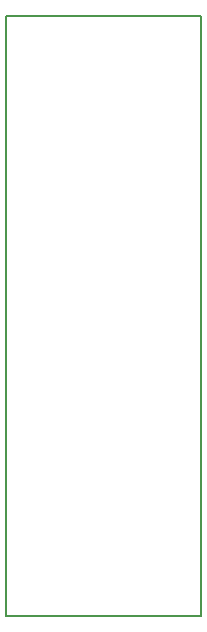
<source format=gko>
G75*
%MOIN*%
%OFA0B0*%
%FSLAX25Y25*%
%IPPOS*%
%LPD*%
%AMOC8*
5,1,8,0,0,1.08239X$1,22.5*
%
%ADD10C,0.00800*%
D10*
X0002000Y0002000D02*
X0002000Y0202000D01*
X0067000Y0202000D01*
X0067000Y0002000D01*
X0002000Y0002000D01*
M02*

</source>
